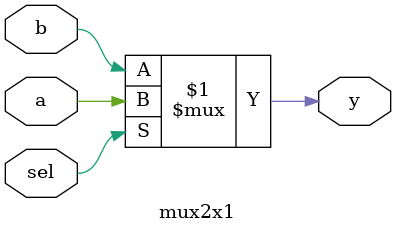
<source format=v>
/* Primeiro exemplo Verilog */
// Multiplexador 2x1
module mux2x1(a, b, sel, y);
 input a, b, sel; // Entradas
 output y; // Saída
 assign y = (sel) ? a : b;
endmodule

</source>
